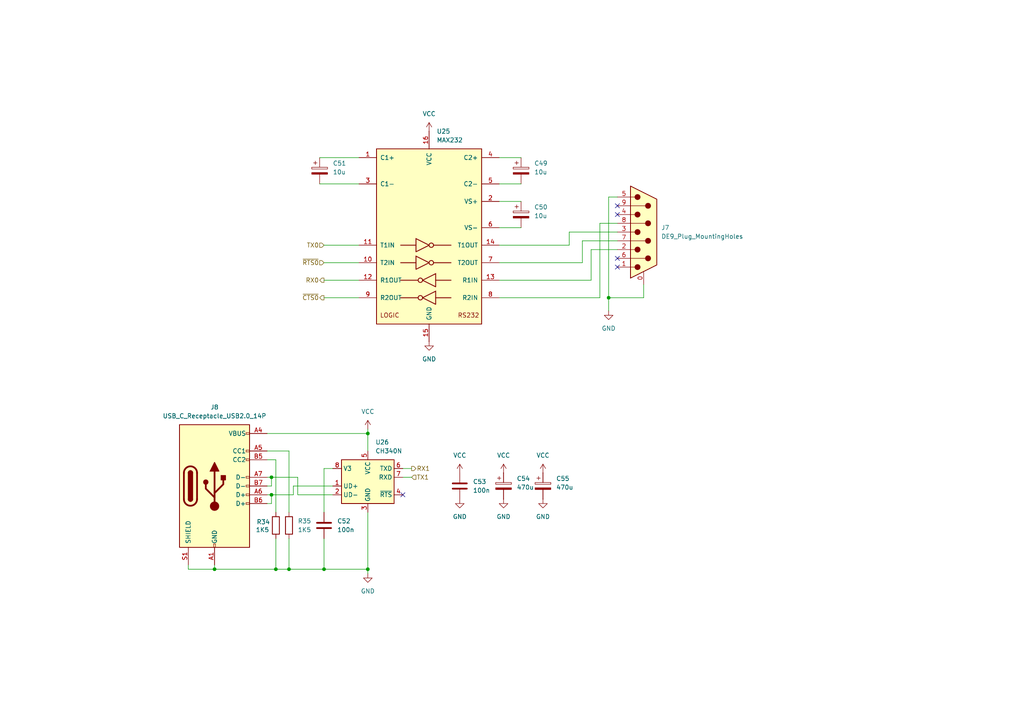
<source format=kicad_sch>
(kicad_sch (version 20231120) (generator "eeschema") (generator_version "8.0")
  (paper "A4")
  (lib_symbols
    (symbol "Connector:DE9_Plug_MountingHoles" (pin_names (offset 1.016) hide)
      (property "Reference" "J" (at 0 16.51 0))
      (property "Value" "DE9_Plug_MountingHoles" (at 0 14.605 0))
      (symbol "DE9_Plug_MountingHoles_0_1"
        (circle (center -1.778 -10.16) (radius 0.762) (fill (type outline)))
        (circle (center -1.778 -5.08) (radius 0.762) (fill (type outline)))
        (circle (center -1.778 0) (radius 0.762) (fill (type outline)))
        (circle (center -1.778 5.08) (radius 0.762) (fill (type outline)))
        (circle (center -1.778 10.16) (radius 0.762) (fill (type outline)))
        (polyline (pts (xy -3.81 -10.16) (xy -2.54 -10.16)))
        (polyline (pts (xy -3.81 -7.62) (xy 0.508 -7.62)))
        (polyline (pts (xy -3.81 -5.08) (xy -2.54 -5.08)))
        (polyline (pts (xy -3.81 -2.54) (xy 0.508 -2.54)))
        (polyline (pts (xy -3.81 0) (xy -2.54 0)))
        (polyline (pts (xy -3.81 2.54) (xy 0.508 2.54)))
        (polyline (pts (xy -3.81 5.08) (xy -2.54 5.08)))
        (polyline (pts (xy -3.81 7.62) (xy 0.508 7.62)))
        (polyline (pts (xy -3.81 10.16) (xy -2.54 10.16)))
        (polyline (pts (xy -3.81 -13.335) (xy -3.81 13.335) (xy 3.81 9.525) (xy 3.81 -9.525) (xy -3.81 -13.335)) (stroke (width 0.254)) (fill (type background)))
        (circle (center 1.27 -7.62) (radius 0.762) (fill (type outline)))
        (circle (center 1.27 -2.54) (radius 0.762) (fill (type outline)))
        (circle (center 1.27 2.54) (radius 0.762) (fill (type outline)))
        (circle (center 1.27 7.62) (radius 0.762) (fill (type outline)))
      )
      (symbol "DE9_Plug_MountingHoles_1_1"
        (pin passive line (at 0 -15.24 90) (length 3.81) (name "PAD") (number "0"))
        (pin passive line (at -7.62 -10.16 0) (length 3.81) (name "1") (number "1"))
        (pin passive line (at -7.62 -5.08 0) (length 3.81) (name "2") (number "2"))
        (pin passive line (at -7.62 0 0) (length 3.81) (name "3") (number "3"))
        (pin passive line (at -7.62 5.08 0) (length 3.81) (name "4") (number "4"))
        (pin passive line (at -7.62 10.16 0) (length 3.81) (name "5") (number "5"))
        (pin passive line (at -7.62 -7.62 0) (length 3.81) (name "6") (number "6"))
        (pin passive line (at -7.62 -2.54 0) (length 3.81) (name "7") (number "7"))
        (pin passive line (at -7.62 2.54 0) (length 3.81) (name "8") (number "8"))
        (pin passive line (at -7.62 7.62 0) (length 3.81) (name "9") (number "9"))
      )
    )
    (symbol "Connector:USB_C_Receptacle_USB2.0_14P" (pin_names (offset 1.016))
      (property "Reference" "J" (at 0 22.225 0))
      (property "Value" "USB_C_Receptacle_USB2.0_14P" (at 0 19.685 0))
      (symbol "USB_C_Receptacle_USB2.0_14P_0_0"
        (rectangle (start -0.254 -17.78) (end 0.254 -16.764))
        (rectangle (start 10.16 -4.826) (end 9.144 -5.334))
        (rectangle (start 10.16 -2.286) (end 9.144 -2.794))
        (rectangle (start 10.16 0.254) (end 9.144 -0.254))
        (rectangle (start 10.16 2.794) (end 9.144 2.286))
        (rectangle (start 10.16 7.874) (end 9.144 7.366))
        (rectangle (start 10.16 10.414) (end 9.144 9.906))
        (rectangle (start 10.16 15.494) (end 9.144 14.986))
      )
      (symbol "USB_C_Receptacle_USB2.0_14P_0_1"
        (rectangle (start -10.16 17.78) (end 10.16 -17.78) (stroke (width 0.254)) (fill (type background)))
        (arc (start -8.89 -3.81) (mid -6.985 -5.7067) (end -5.08 -3.81) (stroke (width 0.508)))
        (arc (start -7.62 -3.81) (mid -6.985 -4.4423) (end -6.35 -3.81) (stroke (width 0.254)))
        (arc (start -7.62 -3.81) (mid -6.985 -4.4423) (end -6.35 -3.81) (stroke (width 0.254)) (fill (type outline)))
        (rectangle (start -7.62 -3.81) (end -6.35 3.81) (stroke (width 0.254)) (fill (type outline)))
        (arc (start -6.35 3.81) (mid -6.985 4.4423) (end -7.62 3.81) (stroke (width 0.254)))
        (arc (start -6.35 3.81) (mid -6.985 4.4423) (end -7.62 3.81) (stroke (width 0.254)) (fill (type outline)))
        (arc (start -5.08 3.81) (mid -6.985 5.7067) (end -8.89 3.81) (stroke (width 0.508)))
        (circle (center -2.54 1.143) (radius 0.635) (stroke (width 0.254)) (fill (type outline)))
        (circle (center 0 -5.842) (radius 1.27) (fill (type outline)))
        (polyline (pts (xy -8.89 -3.81) (xy -8.89 3.81)) (stroke (width 0.508)))
        (polyline (pts (xy -5.08 3.81) (xy -5.08 -3.81)) (stroke (width 0.508)))
        (polyline (pts (xy 0 -5.842) (xy 0 4.318)) (stroke (width 0.508)))
        (polyline (pts (xy 0 -3.302) (xy -2.54 -0.762) (xy -2.54 0.508)) (stroke (width 0.508)))
        (polyline (pts (xy 0 -2.032) (xy 2.54 0.508) (xy 2.54 1.778)) (stroke (width 0.508)))
        (polyline (pts (xy -1.27 4.318) (xy 0 6.858) (xy 1.27 4.318) (xy -1.27 4.318)) (stroke (width 0.254)) (fill (type outline)))
        (rectangle (start 1.905 1.778) (end 3.175 3.048) (stroke (width 0.254)) (fill (type outline)))
      )
      (symbol "USB_C_Receptacle_USB2.0_14P_1_1"
        (pin passive line (at 0 -22.86 90) (length 5.08) (name "GND") (number "A1"))
        (pin passive line (at 0 -22.86 90) (length 5.08) hide (name "GND") (number "A12"))
        (pin passive line (at 15.24 15.24 180) (length 5.08) (name "VBUS") (number "A4"))
        (pin bidirectional line (at 15.24 10.16 180) (length 5.08) (name "CC1") (number "A5"))
        (pin bidirectional line (at 15.24 -2.54 180) (length 5.08) (name "D+") (number "A6"))
        (pin bidirectional line (at 15.24 2.54 180) (length 5.08) (name "D-") (number "A7"))
        (pin passive line (at 15.24 15.24 180) (length 5.08) hide (name "VBUS") (number "A9"))
        (pin passive line (at 0 -22.86 90) (length 5.08) hide (name "GND") (number "B1"))
        (pin passive line (at 0 -22.86 90) (length 5.08) hide (name "GND") (number "B12"))
        (pin passive line (at 15.24 15.24 180) (length 5.08) hide (name "VBUS") (number "B4"))
        (pin bidirectional line (at 15.24 7.62 180) (length 5.08) (name "CC2") (number "B5"))
        (pin bidirectional line (at 15.24 -5.08 180) (length 5.08) (name "D+") (number "B6"))
        (pin bidirectional line (at 15.24 0 180) (length 5.08) (name "D-") (number "B7"))
        (pin passive line (at 15.24 15.24 180) (length 5.08) hide (name "VBUS") (number "B9"))
        (pin passive line (at -7.62 -22.86 90) (length 5.08) (name "SHIELD") (number "S1"))
      )
    )
    (symbol "Device:C" (pin_numbers hide) (pin_names (offset 0.254))
      (property "Reference" "C" (at 0.635 2.54 0))
      (property "Value" "C" (at 0.635 -2.54 0))
      (symbol "C_0_1"
        (polyline (pts (xy -2.032 -0.762) (xy 2.032 -0.762)) (stroke (width 0.508)))
        (polyline (pts (xy -2.032 0.762) (xy 2.032 0.762)) (stroke (width 0.508)))
      )
      (symbol "C_1_1"
        (pin passive line (at 0 3.81 270) (length 2.794) (name "~") (number "1"))
        (pin passive line (at 0 -3.81 90) (length 2.794) (name "~") (number "2"))
      )
    )
    (symbol "Device:C_Polarized" (pin_numbers hide) (pin_names (offset 0.254))
      (property "Reference" "C" (at 0.635 2.54 0))
      (property "Value" "C_Polarized" (at 0.635 -2.54 0))
      (symbol "C_Polarized_0_1"
        (rectangle (start -2.286 0.508) (end 2.286 1.016))
        (polyline (pts (xy -1.778 2.286) (xy -0.762 2.286)))
        (polyline (pts (xy -1.27 2.794) (xy -1.27 1.778)))
        (rectangle (start 2.286 -0.508) (end -2.286 -1.016) (fill (type outline)))
      )
      (symbol "C_Polarized_1_1"
        (pin passive line (at 0 3.81 270) (length 2.794) (name "~") (number "1"))
        (pin passive line (at 0 -3.81 90) (length 2.794) (name "~") (number "2"))
      )
    )
    (symbol "Device:R" (pin_numbers hide) (pin_names (offset 0))
      (property "Reference" "R" (at 2.032 0 90))
      (property "Value" "R" (at 0 0 90))
      (symbol "R_0_1"
        (rectangle (start -1.016 -2.54) (end 1.016 2.54) (stroke (width 0.254)))
      )
      (symbol "R_1_1"
        (pin passive line (at 0 3.81 270) (length 1.27) (name "~") (number "1"))
        (pin passive line (at 0 -3.81 90) (length 1.27) (name "~") (number "2"))
      )
    )
    (symbol "Interface_UART:MAX232" (pin_names (offset 1.016))
      (property "Reference" "U" (at -2.54 28.575 0))
      (property "Value" "MAX232" (at -2.54 26.67 0))
      (symbol "MAX232_0_0"
        (text "LOGIC" (at -11.43 -22.86 0) (effects (font (size 1.27 1.27))))
        (text "RS232" (at 11.43 -22.86 0) (effects (font (size 1.27 1.27))))
      )
      (symbol "MAX232_0_1"
        (rectangle (start -15.24 -25.4) (end 15.24 25.4) (stroke (width 0.254)) (fill (type background)))
        (circle (center -2.54 -17.78) (radius 0.635) (stroke (width 0.254)))
        (circle (center -2.54 -12.7) (radius 0.635) (stroke (width 0.254)))
        (polyline (pts (xy -3.81 -7.62) (xy -8.255 -7.62)) (stroke (width 0.254)))
        (polyline (pts (xy -3.81 -2.54) (xy -8.255 -2.54)) (stroke (width 0.254)))
        (polyline (pts (xy -3.175 -17.78) (xy -8.255 -17.78)) (stroke (width 0.254)))
        (polyline (pts (xy -3.175 -12.7) (xy -8.255 -12.7)) (stroke (width 0.254)))
        (polyline (pts (xy 1.27 -7.62) (xy 6.35 -7.62)) (stroke (width 0.254)))
        (polyline (pts (xy 1.27 -2.54) (xy 6.35 -2.54)) (stroke (width 0.254)))
        (polyline (pts (xy 1.905 -17.78) (xy 6.35 -17.78)) (stroke (width 0.254)))
        (polyline (pts (xy 1.905 -12.7) (xy 6.35 -12.7)) (stroke (width 0.254)))
        (polyline (pts (xy -3.81 -5.715) (xy -3.81 -9.525) (xy 0 -7.62) (xy -3.81 -5.715)) (stroke (width 0.254)))
        (polyline (pts (xy -3.81 -0.635) (xy -3.81 -4.445) (xy 0 -2.54) (xy -3.81 -0.635)) (stroke (width 0.254)))
        (polyline (pts (xy 1.905 -15.875) (xy 1.905 -19.685) (xy -1.905 -17.78) (xy 1.905 -15.875)) (stroke (width 0.254)))
        (polyline (pts (xy 1.905 -10.795) (xy 1.905 -14.605) (xy -1.905 -12.7) (xy 1.905 -10.795)) (stroke (width 0.254)))
        (circle (center 0.635 -7.62) (radius 0.635) (stroke (width 0.254)))
        (circle (center 0.635 -2.54) (radius 0.635) (stroke (width 0.254)))
      )
      (symbol "MAX232_1_1"
        (pin passive line (at -20.32 22.86 0) (length 5.08) (name "C1+") (number "1"))
        (pin input line (at -20.32 -7.62 0) (length 5.08) (name "T2IN") (number "10"))
        (pin input line (at -20.32 -2.54 0) (length 5.08) (name "T1IN") (number "11"))
        (pin output line (at -20.32 -12.7 0) (length 5.08) (name "R1OUT") (number "12"))
        (pin input line (at 20.32 -12.7 180) (length 5.08) (name "R1IN") (number "13"))
        (pin output line (at 20.32 -2.54 180) (length 5.08) (name "T1OUT") (number "14"))
        (pin power_in line (at 0 -30.48 90) (length 5.08) (name "GND") (number "15"))
        (pin power_in line (at 0 30.48 270) (length 5.08) (name "VCC") (number "16"))
        (pin power_out line (at 20.32 10.16 180) (length 5.08) (name "VS+") (number "2"))
        (pin passive line (at -20.32 15.24 0) (length 5.08) (name "C1-") (number "3"))
        (pin passive line (at 20.32 22.86 180) (length 5.08) (name "C2+") (number "4"))
        (pin passive line (at 20.32 15.24 180) (length 5.08) (name "C2-") (number "5"))
        (pin power_out line (at 20.32 2.54 180) (length 5.08) (name "VS-") (number "6"))
        (pin output line (at 20.32 -7.62 180) (length 5.08) (name "T2OUT") (number "7"))
        (pin input line (at 20.32 -17.78 180) (length 5.08) (name "R2IN") (number "8"))
        (pin output line (at -20.32 -17.78 0) (length 5.08) (name "R2OUT") (number "9"))
      )
    )
    (symbol "Interface_USB:CH340N"
      (property "Reference" "U" (at -7.62 6.35 0))
      (property "Value" "CH340N" (at 7.62 6.35 0))
      (symbol "CH340N_0_1"
        (rectangle (start -7.62 5.08) (end 7.62 -7.62) (stroke (width 0.254)) (fill (type background)))
      )
      (symbol "CH340N_1_1"
        (pin bidirectional line (at -10.16 -2.54 0) (length 2.54) (name "UD+") (number "1"))
        (pin bidirectional line (at -10.16 -5.08 0) (length 2.54) (name "UD-") (number "2"))
        (pin power_in line (at 0 -10.16 90) (length 2.54) (name "GND") (number "3"))
        (pin output line (at 10.16 -5.08 180) (length 2.54) (name "~{RTS}") (number "4"))
        (pin power_in line (at 0 7.62 270) (length 2.54) (name "VCC") (number "5"))
        (pin output line (at 10.16 2.54 180) (length 2.54) (name "TXD") (number "6"))
        (pin input line (at 10.16 0 180) (length 2.54) (name "RXD") (number "7"))
        (pin passive line (at -10.16 2.54 0) (length 2.54) (name "V3") (number "8"))
      )
    )
    (symbol "power:GND" (power) (pin_numbers hide) (pin_names (offset 0) hide)
      (property "Value" "GND" (at 0 -3.81 0))
      (symbol "GND_0_1"
        (polyline (pts (xy 0 0) (xy 0 -1.27) (xy 1.27 -1.27) (xy 0 -2.54) (xy -1.27 -1.27) (xy 0 -1.27)))
      )
      (symbol "GND_1_1"
        (pin power_in line (at 0 0 270) (length 0) (name "~") (number "1"))
      )
    )
    (symbol "power:VCC" (power) (pin_numbers hide) (pin_names (offset 0) hide)
      (property "Value" "VCC" (at 0 3.556 0))
      (symbol "VCC_0_1"
        (polyline (pts (xy -0.762 1.27) (xy 0 2.54)))
        (polyline (pts (xy 0 0) (xy 0 2.54)))
        (polyline (pts (xy 0 2.54) (xy 0.762 1.27)))
      )
      (symbol "VCC_1_1"
        (pin power_in line (at 0 0 90) (length 0) (name "~") (number "1"))
      )
    )
  )
  (junction (at 106.68 125.73))
  (junction (at 83.82 165.1))
  (junction (at 106.68 165.1))
  (junction (at 176.53 86.36))
  (junction (at 78.74 143.51))
  (junction (at 93.98 165.1))
  (junction (at 62.23 165.1))
  (junction (at 80.01 165.1))
  (junction (at 78.74 138.43))
  (no_connect (at 179.07 74.93))
  (no_connect (at 179.07 59.69))
  (no_connect (at 179.07 77.47))
  (no_connect (at 179.07 62.23))
  (no_connect (at 116.84 143.51))
  (wire (pts (xy 144.78 86.36) (xy 173.99 86.36)))
  (wire (pts (xy 77.47 140.97) (xy 78.74 140.97)))
  (wire (pts (xy 93.98 86.36) (xy 104.14 86.36)))
  (wire (pts (xy 106.68 125.73) (xy 106.68 130.81)))
  (wire (pts (xy 186.69 82.55) (xy 186.69 86.36)))
  (wire (pts (xy 83.82 165.1) (xy 93.98 165.1)))
  (wire (pts (xy 54.61 165.1) (xy 62.23 165.1)))
  (wire (pts (xy 85.09 140.97) (xy 96.52 140.97)))
  (wire (pts (xy 93.98 71.12) (xy 104.14 71.12)))
  (wire (pts (xy 83.82 165.1) (xy 83.82 156.21)))
  (wire (pts (xy 106.68 165.1) (xy 106.68 166.37)))
  (wire (pts (xy 173.99 64.77) (xy 179.07 64.77)))
  (wire (pts (xy 165.1 67.31) (xy 165.1 71.12)))
  (wire (pts (xy 171.45 81.28) (xy 144.78 81.28)))
  (wire (pts (xy 176.53 90.17) (xy 176.53 86.36)))
  (wire (pts (xy 186.69 86.36) (xy 176.53 86.36)))
  (wire (pts (xy 78.74 143.51) (xy 85.09 143.51)))
  (wire (pts (xy 78.74 140.97) (xy 78.74 138.43)))
  (wire (pts (xy 80.01 148.59) (xy 80.01 133.35)))
  (wire (pts (xy 144.78 53.34) (xy 151.13 53.34)))
  (wire (pts (xy 179.07 67.31) (xy 165.1 67.31)))
  (wire (pts (xy 77.47 146.05) (xy 78.74 146.05)))
  (wire (pts (xy 86.36 143.51) (xy 86.36 138.43)))
  (wire (pts (xy 77.47 125.73) (xy 106.68 125.73)))
  (wire (pts (xy 86.36 138.43) (xy 78.74 138.43)))
  (wire (pts (xy 93.98 135.89) (xy 96.52 135.89)))
  (wire (pts (xy 176.53 57.15) (xy 179.07 57.15)))
  (wire (pts (xy 80.01 165.1) (xy 80.01 156.21)))
  (wire (pts (xy 144.78 58.42) (xy 151.13 58.42)))
  (wire (pts (xy 144.78 45.72) (xy 151.13 45.72)))
  (wire (pts (xy 179.07 69.85) (xy 168.91 69.85)))
  (wire (pts (xy 106.68 124.46) (xy 106.68 125.73)))
  (wire (pts (xy 165.1 71.12) (xy 144.78 71.12)))
  (wire (pts (xy 92.71 45.72) (xy 104.14 45.72)))
  (wire (pts (xy 85.09 143.51) (xy 85.09 140.97)))
  (wire (pts (xy 62.23 165.1) (xy 80.01 165.1)))
  (wire (pts (xy 54.61 163.83) (xy 54.61 165.1)))
  (wire (pts (xy 168.91 76.2) (xy 144.78 76.2)))
  (wire (pts (xy 144.78 66.04) (xy 151.13 66.04)))
  (wire (pts (xy 62.23 165.1) (xy 62.23 163.83)))
  (wire (pts (xy 78.74 138.43) (xy 77.47 138.43)))
  (wire (pts (xy 171.45 72.39) (xy 171.45 81.28)))
  (wire (pts (xy 93.98 165.1) (xy 93.98 156.21)))
  (wire (pts (xy 93.98 165.1) (xy 106.68 165.1)))
  (wire (pts (xy 93.98 76.2) (xy 104.14 76.2)))
  (wire (pts (xy 92.71 53.34) (xy 104.14 53.34)))
  (wire (pts (xy 116.84 135.89) (xy 119.38 135.89)))
  (wire (pts (xy 80.01 165.1) (xy 83.82 165.1)))
  (wire (pts (xy 96.52 143.51) (xy 86.36 143.51)))
  (wire (pts (xy 179.07 72.39) (xy 171.45 72.39)))
  (wire (pts (xy 93.98 81.28) (xy 104.14 81.28)))
  (wire (pts (xy 83.82 148.59) (xy 83.82 130.81)))
  (wire (pts (xy 77.47 143.51) (xy 78.74 143.51)))
  (wire (pts (xy 173.99 86.36) (xy 173.99 64.77)))
  (wire (pts (xy 78.74 146.05) (xy 78.74 143.51)))
  (wire (pts (xy 83.82 130.81) (xy 77.47 130.81)))
  (wire (pts (xy 93.98 148.59) (xy 93.98 135.89)))
  (wire (pts (xy 80.01 133.35) (xy 77.47 133.35)))
  (wire (pts (xy 106.68 165.1) (xy 106.68 148.59)))
  (wire (pts (xy 168.91 69.85) (xy 168.91 76.2)))
  (wire (pts (xy 116.84 138.43) (xy 119.38 138.43)))
  (wire (pts (xy 176.53 86.36) (xy 176.53 57.15)))
  (hierarchical_label "TX1" (shape input) (at 119.38 138.43 0))
  (hierarchical_label "RX1" (shape output) (at 119.38 135.89 0))
  (hierarchical_label "TX0" (shape input) (at 93.98 71.12 180))
  (hierarchical_label "RX0" (shape output) (at 93.98 81.28 180))
  (hierarchical_label "~{RTS0}" (shape input) (at 93.98 76.2 180))
  (hierarchical_label "~{CTS0}" (shape output) (at 93.98 86.36 180))
  (symbol (lib_id "power:VCC") (at 106.68 124.46 0) (unit 1)
    (property "Reference" "#PWR0158" (effects (hide yes)))
    (property "Value" "VCC" (at 106.68 119.38 0))
    (property "Description" "Power symbol creates a global label with name \"VCC\"" (effects (hide yes)))
  )
  (symbol (lib_id "Interface_UART:MAX232") (at 124.46 68.58 0) (unit 1)
    (property "Reference" "U25" (at 126.6541 38.1 0) (effects (justify left)))
    (property "Value" "MAX232" (at 126.6541 40.64 0) (effects (justify left)))
    (property "Footprint" "Package_DIP:DIP-16_W7.62mm" (effects (hide yes)))
    (property "Datasheet" "http://www.ti.com/lit/ds/symlink/max232.pdf" (effects (hide yes)))
    (property "Description" "Dual RS232 driver/receiver, 5V supply, 120kb/s, 0C-70C" (effects (hide yes)))
  )
  (symbol (lib_id "power:VCC") (at 124.46 38.1 0) (unit 1)
    (property "Reference" "#PWR0153" (effects (hide yes)))
    (property "Value" "VCC" (at 124.46 33.02 0))
    (property "Description" "Power symbol creates a global label with name \"VCC\"" (effects (hide yes)))
  )
  (symbol (lib_id "Device:R") (at 83.82 152.4 0) (unit 1)
    (property "Reference" "R35" (at 86.36 151.1299 0) (effects (justify left)))
    (property "Value" "1K5" (at 86.36 153.6699 0) (effects (justify left)))
    (property "Footprint" "Resistor_THT:R_Axial_DIN0207_L6.3mm_D2.5mm_P7.62mm_Horizontal" (effects (hide yes)))
    (property "Description" "Resistor" (effects (hide yes)))
  )
  (symbol (lib_id "power:GND") (at 133.35 144.78 0) (unit 1)
    (property "Reference" "#PWR0161" (effects (hide yes)))
    (property "Value" "GND" (at 133.35 149.86 0))
    (property "Description" "Power symbol creates a global label with name \"GND\" , ground" (effects (hide yes)))
  )
  (symbol (lib_id "power:VCC") (at 157.48 137.16 0) (unit 1)
    (property "Reference" "#PWR0164" (effects (hide yes)))
    (property "Value" "VCC" (at 157.48 132.08 0))
    (property "Description" "Power symbol creates a global label with name \"VCC\"" (effects (hide yes)))
  )
  (symbol (lib_id "power:GND") (at 157.48 144.78 0) (unit 1)
    (property "Reference" "#PWR0165" (effects (hide yes)))
    (property "Value" "GND" (at 157.48 149.86 0))
    (property "Description" "Power symbol creates a global label with name \"GND\" , ground" (effects (hide yes)))
  )
  (symbol (lib_id "Device:C_Polarized") (at 92.71 49.53 0) (unit 1)
    (property "Reference" "C51" (at 96.52 47.3709 0) (effects (justify left)))
    (property "Value" "10u" (at 96.52 49.9109 0) (effects (justify left)))
    (property "Footprint" "Capacitor_THT:CP_Radial_D5.0mm_P2.50mm" (effects (hide yes)))
    (property "Description" "Polarized capacitor" (effects (hide yes)))
  )
  (symbol (lib_id "Device:C_Polarized") (at 151.13 49.53 0) (unit 1)
    (property "Reference" "C49" (at 154.94 47.3709 0) (effects (justify left)))
    (property "Value" "10u" (at 154.94 49.9109 0) (effects (justify left)))
    (property "Footprint" "Capacitor_THT:CP_Radial_D5.0mm_P2.50mm" (effects (hide yes)))
    (property "Description" "Polarized capacitor" (effects (hide yes)))
  )
  (symbol (lib_id "Device:C_Polarized") (at 151.13 62.23 0) (unit 1)
    (property "Reference" "C50" (at 154.94 60.0709 0) (effects (justify left)))
    (property "Value" "10u" (at 154.94 62.6109 0) (effects (justify left)))
    (property "Footprint" "Capacitor_THT:CP_Radial_D5.0mm_P2.50mm" (effects (hide yes)))
    (property "Description" "Polarized capacitor" (effects (hide yes)))
  )
  (symbol (lib_id "power:VCC") (at 146.05 137.16 0) (unit 1)
    (property "Reference" "#PWR0162" (effects (hide yes)))
    (property "Value" "VCC" (at 146.05 132.08 0))
    (property "Description" "Power symbol creates a global label with name \"VCC\"" (effects (hide yes)))
  )
  (symbol (lib_id "Connector:USB_C_Receptacle_USB2.0_14P") (at 62.23 140.97 0) (unit 1)
    (property "Reference" "J8" (at 62.23 118.11 0))
    (property "Value" "USB_C_Receptacle_USB2.0_14P" (at 62.23 120.65 0))
    (property "Footprint" "Connector_USB:USB_C_Receptacle_G-Switch_GT-USB-7010ASV" (effects (hide yes)))
    (property "Datasheet" "https://www.usb.org/sites/default/files/documents/usb_type-c.zip" (effects (hide yes)))
    (property "Description" "USB 2.0-only 14P Type-C Receptacle connector" (effects (hide yes)))
  )
  (symbol (lib_id "Connector:DE9_Plug_MountingHoles") (at 186.69 67.31 0) (unit 1)
    (property "Reference" "J7" (at 191.77 66.0399 0) (effects (justify left)))
    (property "Value" "DE9_Plug_MountingHoles" (at 191.77 68.5799 0) (effects (justify left)))
    (property "Footprint" "Connector_Dsub:DSUB-9_Male_Horizontal_P2.77x2.84mm_EdgePinOffset7.70mm_Housed_MountingHolesOffset9.12mm" (effects (hide yes)))
    (property "Description" "9-pin male plug pin D-SUB connector, Mounting Hole" (effects (hide yes)))
  )
  (symbol (lib_id "power:GND") (at 146.05 144.78 0) (unit 1)
    (property "Reference" "#PWR0163" (effects (hide yes)))
    (property "Value" "GND" (at 146.05 149.86 0))
    (property "Description" "Power symbol creates a global label with name \"GND\" , ground" (effects (hide yes)))
  )
  (symbol (lib_id "power:GND") (at 124.46 99.06 0) (unit 1)
    (property "Reference" "#PWR0156" (effects (hide yes)))
    (property "Value" "GND" (at 124.46 104.14 0))
    (property "Description" "Power symbol creates a global label with name \"GND\" , ground" (effects (hide yes)))
  )
  (symbol (lib_id "power:GND") (at 176.53 90.17 0) (unit 1)
    (property "Reference" "#PWR0157" (effects (hide yes)))
    (property "Value" "GND" (at 176.53 95.25 0))
    (property "Description" "Power symbol creates a global label with name \"GND\" , ground" (effects (hide yes)))
  )
  (symbol (lib_id "power:VCC") (at 133.35 137.16 0) (unit 1)
    (property "Reference" "#PWR0160" (effects (hide yes)))
    (property "Value" "VCC" (at 133.35 132.08 0))
    (property "Description" "Power symbol creates a global label with name \"VCC\"" (effects (hide yes)))
  )
  (symbol (lib_id "Device:C_Polarized") (at 146.05 140.97 0) (unit 1)
    (property "Reference" "C54" (at 149.86 138.8109 0) (effects (justify left)))
    (property "Value" "470u" (at 149.86 141.3509 0) (effects (justify left)))
    (property "Footprint" "Capacitor_THT:CP_Radial_D10.0mm_P5.00mm" (effects (hide yes)))
    (property "Description" "Polarized capacitor" (effects (hide yes)))
  )
  (symbol (lib_id "power:GND") (at 106.68 166.37 0) (unit 1)
    (property "Reference" "#PWR0159" (effects (hide yes)))
    (property "Value" "GND" (at 106.68 171.45 0))
    (property "Description" "Power symbol creates a global label with name \"GND\" , ground" (effects (hide yes)))
  )
  (symbol (lib_id "Device:C_Polarized") (at 157.48 140.97 0) (unit 1)
    (property "Reference" "C55" (at 161.29 138.8109 0) (effects (justify left)))
    (property "Value" "470u" (at 161.29 141.3509 0) (effects (justify left)))
    (property "Footprint" "Capacitor_THT:CP_Radial_D10.0mm_P5.00mm" (effects (hide yes)))
    (property "Description" "Polarized capacitor" (effects (hide yes)))
  )
  (symbol (lib_id "Interface_USB:CH340N") (at 106.68 138.43 0) (unit 1)
    (property "Reference" "U26" (at 108.8741 128.27 0) (effects (justify left)))
    (property "Value" "CH340N" (at 108.8741 130.81 0) (effects (justify left)))
    (property "Footprint" "Package_SO:SOP-8_3.9x4.9mm_P1.27mm" (effects (hide yes)))
    (property "Datasheet" "https://aitendo3.sakura.ne.jp/aitendo_data/product_img/ic/inteface/CH340N/ch340n.pdf" (effects (hide yes)))
    (property "Description" "USB serial converter, 2Mbps, UART, SOP-8" (effects (hide yes)))
  )
  (symbol (lib_id "Device:C") (at 93.98 152.4 0) (unit 1)
    (property "Reference" "C52" (at 97.79 151.1299 0) (effects (justify left)))
    (property "Value" "100n" (at 97.79 153.6699 0) (effects (justify left)))
    (property "Footprint" "Capacitor_THT:C_Disc_D5.0mm_W2.5mm_P2.50mm" (effects (hide yes)))
    (property "Description" "Unpolarized capacitor" (effects (hide yes)))
  )
  (symbol (lib_id "Device:R") (at 80.01 152.4 0) (unit 1)
    (property "Reference" "R34" (at 74.422 151.384 0) (effects (justify left)))
    (property "Value" "1K5" (at 74.168 153.67 0) (effects (justify left)))
    (property "Footprint" "Resistor_THT:R_Axial_DIN0207_L6.3mm_D2.5mm_P7.62mm_Horizontal" (effects (hide yes)))
    (property "Description" "Resistor" (effects (hide yes)))
  )
  (symbol (lib_id "Device:C") (at 133.35 140.97 0) (unit 1)
    (property "Reference" "C53" (at 137.16 139.6999 0) (effects (justify left)))
    (property "Value" "100n" (at 137.16 142.2399 0) (effects (justify left)))
    (property "Footprint" "Capacitor_THT:C_Disc_D5.0mm_W2.5mm_P2.50mm" (effects (hide yes)))
    (property "Description" "Unpolarized capacitor" (effects (hide yes)))
  )
)
</source>
